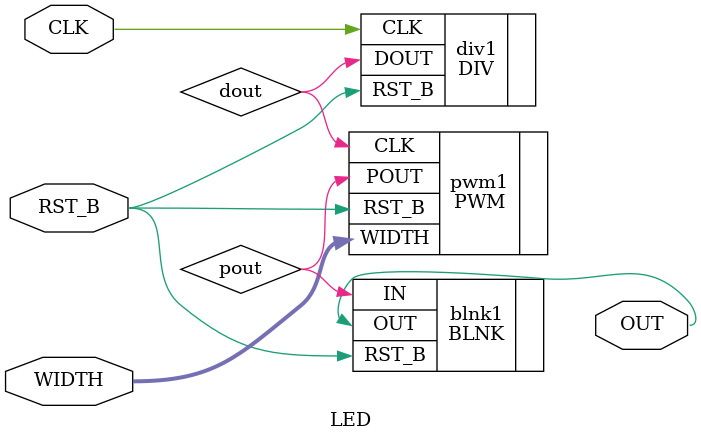
<source format=v>
module LED(WIDTH, CLK, RST_B, OUT);

	input	[3:0]	WIDTH;		// Duty Ratio (0 - 15)
	input		CLK, RST_B;	// Clock, Reset
	output		OUT;		// Blinking PWM Output

	wire		dout, pout;
	
	// Instance
	DIV div1(.CLK(CLK), .RST_B(RST_B), .DOUT(dout));
	PWM pwm1(.WIDTH(WIDTH), .CLK(dout), .RST_B(RST_B), .POUT(pout));
	BLNK blnk1(.IN(pout), .RST_B(RST_B), .OUT(OUT));

endmodule

</source>
